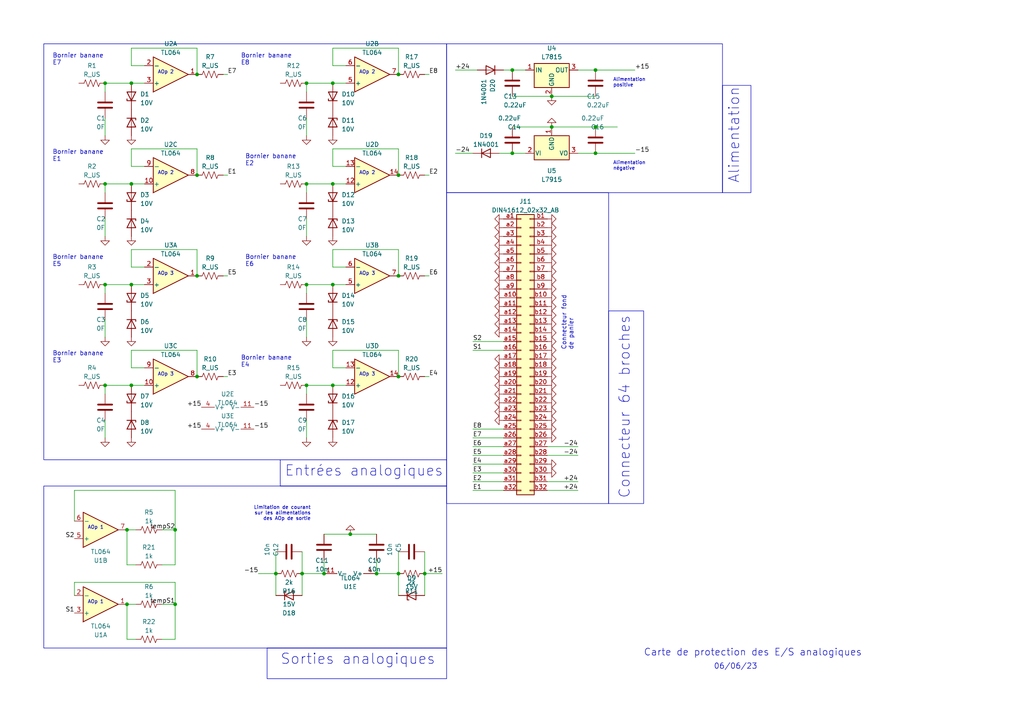
<source format=kicad_sch>
(kicad_sch (version 20230121) (generator eeschema)
  (paper "A4")
  (lib_symbols
    (symbol "Amplifier_Operational:TL064" (pin_names (offset 0.127))
      (property "Reference" "U" (at 0 5.08 0))
      (property "Value" "TL064" (at 0 -5.08 0))
      (symbol "TL064_1_1"
        (pin output line (at 7.62 0 180) (length 2.54) (name "~") (number "1"))
        (pin input line (at -7.62 -2.54 0) (length 2.54) (name "-") (number "2"))
        (pin input line (at -7.62 2.54 0) (length 2.54) (name "+") (number "3"))
      )
      (symbol "TL064_2_1"
        (pin input line (at -7.62 2.54 0) (length 2.54) (name "+") (number "5"))
        (pin input line (at -7.62 -2.54 0) (length 2.54) (name "-") (number "6"))
        (pin output line (at 7.62 0 180) (length 2.54) (name "~") (number "7"))
      )
      (symbol "TL064_3_1"
        (pin input line (at -7.62 2.54 0) (length 2.54) (name "+") (number "10"))
        (pin output line (at 7.62 0 180) (length 2.54) (name "~") (number "8"))
        (pin input line (at -7.62 -2.54 0) (length 2.54) (name "-") (number "9"))
      )
      (symbol "TL064_4_1"
        (pin input line (at -7.62 2.54 0) (length 2.54) (name "+") (number "12"))
        (pin input line (at -7.62 -2.54 0) (length 2.54) (name "-") (number "13"))
        (pin output line (at 7.62 0 180) (length 2.54) (name "~") (number "14"))
      )
      (symbol "TL064_5_1"
        (pin power_in line (at -2.54 -7.62 90) (length 3.81) (name "V-") (number "11"))
        (pin power_in line (at -2.54 7.62 270) (length 3.81) (name "V+") (number "4"))
      )
    )
    (symbol "Connector:DIN41612_02x32_AB" (pin_names (offset 1.016) hide)
      (property "Reference" "J" (at 1.27 40.64 0))
      (property "Value" "DIN41612_02x32_AB" (at 1.27 -43.18 0))
      (symbol "DIN41612_02x32_AB_1_1"
        (pin passive line (at -5.08 38.1 0) (length 3.81) (name "Pin_a1") (number "a1"))
        (pin passive line (at -5.08 15.24 0) (length 3.81) (name "Pin_a10") (number "a10"))
        (pin passive line (at -5.08 12.7 0) (length 3.81) (name "Pin_a11") (number "a11"))
        (pin passive line (at -5.08 10.16 0) (length 3.81) (name "Pin_a12") (number "a12"))
        (pin passive line (at -5.08 7.62 0) (length 3.81) (name "Pin_a13") (number "a13"))
        (pin passive line (at -5.08 5.08 0) (length 3.81) (name "Pin_a14") (number "a14"))
        (pin passive line (at -5.08 2.54 0) (length 3.81) (name "Pin_a15") (number "a15"))
        (pin passive line (at -5.08 0 0) (length 3.81) (name "Pin_a16") (number "a16"))
        (pin passive line (at -5.08 -2.54 0) (length 3.81) (name "Pin_a17") (number "a17"))
        (pin passive line (at -5.08 -5.08 0) (length 3.81) (name "Pin_a18") (number "a18"))
        (pin passive line (at -5.08 -7.62 0) (length 3.81) (name "Pin_a19") (number "a19"))
        (pin passive line (at -5.08 35.56 0) (length 3.81) (name "Pin_a2") (number "a2"))
        (pin passive line (at -5.08 -10.16 0) (length 3.81) (name "Pin_a20") (number "a20"))
        (pin passive line (at -5.08 -12.7 0) (length 3.81) (name "Pin_a21") (number "a21"))
        (pin passive line (at -5.08 -15.24 0) (length 3.81) (name "Pin_a22") (number "a22"))
        (pin passive line (at -5.08 -17.78 0) (length 3.81) (name "Pin_a23") (number "a23"))
        (pin passive line (at -5.08 -20.32 0) (length 3.81) (name "Pin_a24") (number "a24"))
        (pin passive line (at -5.08 -22.86 0) (length 3.81) (name "Pin_a25") (number "a25"))
        (pin passive line (at -5.08 -25.4 0) (length 3.81) (name "Pin_a26") (number "a26"))
        (pin passive line (at -5.08 -27.94 0) (length 3.81) (name "Pin_a27") (number "a27"))
        (pin passive line (at -5.08 -30.48 0) (length 3.81) (name "Pin_a28") (number "a28"))
        (pin passive line (at -5.08 -33.02 0) (length 3.81) (name "Pin_a29") (number "a29"))
        (pin passive line (at -5.08 33.02 0) (length 3.81) (name "Pin_a3") (number "a3"))
        (pin passive line (at -5.08 -35.56 0) (length 3.81) (name "Pin_a30") (number "a30"))
        (pin passive line (at -5.08 -38.1 0) (length 3.81) (name "Pin_a31") (number "a31"))
        (pin passive line (at -5.08 -40.64 0) (length 3.81) (name "Pin_a32") (number "a32"))
        (pin passive line (at -5.08 30.48 0) (length 3.81) (name "Pin_a4") (number "a4"))
        (pin passive line (at -5.08 27.94 0) (length 3.81) (name "Pin_a5") (number "a5"))
        (pin passive line (at -5.08 25.4 0) (length 3.81) (name "Pin_a6") (number "a6"))
        (pin passive line (at -5.08 22.86 0) (length 3.81) (name "Pin_a7") (number "a7"))
        (pin passive line (at -5.08 20.32 0) (length 3.81) (name "Pin_a8") (number "a8"))
        (pin passive line (at -5.08 17.78 0) (length 3.81) (name "Pin_a9") (number "a9"))
        (pin passive line (at 7.62 38.1 180) (length 3.81) (name "Pin_b1") (number "b1"))
        (pin passive line (at 7.62 15.24 180) (length 3.81) (name "Pin_b10") (number "b10"))
        (pin passive line (at 7.62 12.7 180) (length 3.81) (name "Pin_b11") (number "b11"))
        (pin passive line (at 7.62 10.16 180) (length 3.81) (name "Pin_b12") (number "b12"))
        (pin passive line (at 7.62 7.62 180) (length 3.81) (name "Pin_b13") (number "b13"))
        (pin passive line (at 7.62 5.08 180) (length 3.81) (name "Pin_b14") (number "b14"))
        (pin passive line (at 7.62 2.54 180) (length 3.81) (name "Pin_b15") (number "b15"))
        (pin passive line (at 7.62 0 180) (length 3.81) (name "Pin_b16") (number "b16"))
        (pin passive line (at 7.62 -2.54 180) (length 3.81) (name "Pin_b17") (number "b17"))
        (pin passive line (at 7.62 -5.08 180) (length 3.81) (name "Pin_b18") (number "b18"))
        (pin passive line (at 7.62 -7.62 180) (length 3.81) (name "Pin_b19") (number "b19"))
        (pin passive line (at 7.62 35.56 180) (length 3.81) (name "Pin_b2") (number "b2"))
        (pin passive line (at 7.62 -10.16 180) (length 3.81) (name "Pin_b20") (number "b20"))
        (pin passive line (at 7.62 -12.7 180) (length 3.81) (name "Pin_b21") (number "b21"))
        (pin passive line (at 7.62 -15.24 180) (length 3.81) (name "Pin_b22") (number "b22"))
        (pin passive line (at 7.62 -17.78 180) (length 3.81) (name "Pin_b23") (number "b23"))
        (pin passive line (at 7.62 -20.32 180) (length 3.81) (name "Pin_b24") (number "b24"))
        (pin passive line (at 7.62 -22.86 180) (length 3.81) (name "Pin_b25") (number "b25"))
        (pin passive line (at 7.62 -25.4 180) (length 3.81) (name "Pin_b26") (number "b26"))
        (pin passive line (at 7.62 -27.94 180) (length 3.81) (name "Pin_b27") (number "b27"))
        (pin passive line (at 7.62 -30.48 180) (length 3.81) (name "Pin_b28") (number "b28"))
        (pin passive line (at 7.62 -33.02 180) (length 3.81) (name "Pin_b29") (number "b29"))
        (pin passive line (at 7.62 33.02 180) (length 3.81) (name "Pin_b3") (number "b3"))
        (pin passive line (at 7.62 -35.56 180) (length 3.81) (name "Pin_b30") (number "b30"))
        (pin passive line (at 7.62 -38.1 180) (length 3.81) (name "Pin_b31") (number "b31"))
        (pin passive line (at 7.62 -40.64 180) (length 3.81) (name "Pin_b32") (number "b32"))
        (pin passive line (at 7.62 30.48 180) (length 3.81) (name "Pin_b4") (number "b4"))
        (pin passive line (at 7.62 27.94 180) (length 3.81) (name "Pin_b5") (number "b5"))
        (pin passive line (at 7.62 25.4 180) (length 3.81) (name "Pin_b6") (number "b6"))
        (pin passive line (at 7.62 22.86 180) (length 3.81) (name "Pin_b7") (number "b7"))
        (pin passive line (at 7.62 20.32 180) (length 3.81) (name "Pin_b8") (number "b8"))
        (pin passive line (at 7.62 17.78 180) (length 3.81) (name "Pin_b9") (number "b9"))
      )
    )
    (symbol "Device:C" (pin_numbers hide) (pin_names (offset 0.254))
      (property "Reference" "C" (at 0.635 2.54 0))
      (property "Value" "C" (at 0.635 -2.54 0))
      (symbol "C_1_1"
        (pin passive line (at 0 3.81 270) (length 2.794) (name "~") (number "1"))
        (pin passive line (at 0 -3.81 90) (length 2.794) (name "~") (number "2"))
      )
    )
    (symbol "Device:D_Zener" (pin_numbers hide) (pin_names (offset 1.016) hide)
      (property "Reference" "D" (at 0 2.54 0))
      (property "Value" "D_Zener" (at 0 -2.54 0))
      (symbol "D_Zener_1_1"
        (pin passive line (at -3.81 0 0) (length 2.54) (name "K") (number "1"))
        (pin passive line (at 3.81 0 180) (length 2.54) (name "A") (number "2"))
      )
    )
    (symbol "Device:R_US" (pin_numbers hide) (pin_names (offset 0))
      (property "Reference" "R" (at 2.54 0 90))
      (property "Value" "R_US" (at -2.54 0 90))
      (symbol "R_US_1_1"
        (pin passive line (at 0 3.81 270) (length 1.27) (name "~") (number "1"))
        (pin passive line (at 0 -3.81 90) (length 1.27) (name "~") (number "2"))
      )
    )
    (symbol "Diode:1N4001" (pin_numbers hide) (pin_names hide)
      (property "Reference" "D" (at 0 2.54 0))
      (property "Value" "1N4001" (at 0 -2.54 0))
      (symbol "1N4001_1_1"
        (pin passive line (at -3.81 0 0) (length 2.54) (name "K") (number "1"))
        (pin passive line (at 3.81 0 180) (length 2.54) (name "A") (number "2"))
      )
    )
    (symbol "Regulator_Linear:L7815" (pin_names (offset 0.254))
      (property "Reference" "U" (at -3.81 3.175 0))
      (property "Value" "L7815" (at 0 3.175 0))
      (symbol "L7815_1_1"
        (pin power_in line (at -7.62 0 0) (length 2.54) (name "IN") (number "1"))
        (pin power_in line (at 0 -7.62 90) (length 2.54) (name "GND") (number "2"))
        (pin power_out line (at 7.62 0 180) (length 2.54) (name "OUT") (number "3"))
      )
    )
    (symbol "Regulator_Linear:L7915" (pin_names (offset 0.254))
      (property "Reference" "U" (at -3.81 -3.175 0))
      (property "Value" "L7915" (at 0 -3.175 0))
      (symbol "L7915_1_1"
        (pin power_in line (at 0 7.62 270) (length 2.54) (name "GND") (number "1"))
        (pin power_in line (at -7.62 0 0) (length 2.54) (name "VI") (number "2"))
        (pin power_out line (at 7.62 0 180) (length 2.54) (name "VO") (number "3"))
      )
    )
    (symbol "power:GND" (power) (pin_names (offset 0))
      (property "Value" "GND" (at 0 -3.81 0))
      (symbol "GND_1_1"
        (pin power_in line (at 0 0 270) (length 0) hide (name "GND") (number "1"))
      )
    )
  )
  (junction (at 57.15 109.22))
  (junction (at 101.6 154.94))
  (junction (at 115.57 21.59))
  (junction (at 172.72 20.32))
  (junction (at 109.22 166.37))
  (junction (at 115.57 50.8))
  (junction (at 87.63 166.37))
  (junction (at 115.57 80.01))
  (junction (at 80.01 166.37))
  (junction (at 160.02 36.83))
  (junction (at 96.52 24.13))
  (junction (at 96.52 53.34))
  (junction (at 115.57 166.37))
  (junction (at 88.9 82.55))
  (junction (at 38.1 53.34))
  (junction (at 96.52 82.55))
  (junction (at 50.8 175.26))
  (junction (at 172.72 36.83))
  (junction (at 96.52 111.76))
  (junction (at 30.48 53.34))
  (junction (at 88.9 24.13))
  (junction (at 38.1 24.13))
  (junction (at 36.83 175.26))
  (junction (at 57.15 21.59))
  (junction (at 38.1 111.76))
  (junction (at 57.15 80.01))
  (junction (at 36.83 153.67))
  (junction (at 160.02 27.94))
  (junction (at 148.59 44.45))
  (junction (at 38.1 82.55))
  (junction (at 50.8 153.67))
  (junction (at 172.72 44.45))
  (junction (at 123.19 166.37))
  (junction (at 57.15 50.8))
  (junction (at 88.9 53.34))
  (junction (at 93.98 166.37))
  (junction (at 30.48 82.55))
  (junction (at 30.48 111.76))
  (junction (at 30.48 24.13))
  (junction (at 88.9 111.76))
  (junction (at 115.57 109.22))
  (junction (at 148.59 20.32))
  (wire (pts (xy 137.16 142.24) (xy 146.05 142.24)))
  (wire (pts (xy 167.64 132.08) (xy 158.75 132.08)))
  (wire (pts (xy 172.72 36.83) (xy 179.07 36.83)))
  (wire (pts (xy 137.16 101.6) (xy 146.05 101.6)))
  (wire (pts (xy 64.77 109.22) (xy 66.04 109.22)))
  (wire (pts (xy 38.1 24.13) (xy 41.91 24.13)))
  (wire (pts (xy 87.63 172.72) (xy 87.63 166.37)))
  (wire (pts (xy 96.52 53.34) (xy 100.33 53.34)))
  (wire (pts (xy 109.22 154.94) (xy 101.6 154.94)))
  (wire (pts (xy 80.01 166.37) (xy 74.93 166.37)))
  (wire (pts (xy 38.1 72.39) (xy 57.15 72.39)))
  (wire (pts (xy 50.8 153.67) (xy 50.8 163.83)))
  (wire (pts (xy 137.16 129.54) (xy 146.05 129.54)))
  (wire (pts (xy 88.9 53.34) (xy 96.52 53.34)))
  (wire (pts (xy 41.91 77.47) (xy 38.1 77.47)))
  (wire (pts (xy 101.6 154.94) (xy 93.98 154.94)))
  (wire (pts (xy 38.1 43.18) (xy 57.15 43.18)))
  (wire (pts (xy 137.16 99.06) (xy 146.05 99.06)))
  (wire (pts (xy 115.57 13.97) (xy 115.57 21.59)))
  (wire (pts (xy 88.9 114.3) (xy 88.9 111.76)))
  (wire (pts (xy 96.52 82.55) (xy 100.33 82.55)))
  (wire (pts (xy 115.57 172.72) (xy 115.57 166.37)))
  (wire (pts (xy 46.99 185.42) (xy 50.8 185.42)))
  (wire (pts (xy 88.9 55.88) (xy 88.9 53.34)))
  (wire (pts (xy 137.16 134.62) (xy 146.05 134.62)))
  (wire (pts (xy 88.9 82.55) (xy 96.52 82.55)))
  (wire (pts (xy 148.59 36.83) (xy 160.02 36.83)))
  (wire (pts (xy 96.52 106.68) (xy 96.52 101.6)))
  (wire (pts (xy 123.19 109.22) (xy 124.46 109.22)))
  (wire (pts (xy 93.98 166.37) (xy 93.98 162.56)))
  (wire (pts (xy 46.99 153.67) (xy 50.8 153.67)))
  (wire (pts (xy 115.57 166.37) (xy 115.57 160.02)))
  (wire (pts (xy 57.15 72.39) (xy 57.15 80.01)))
  (wire (pts (xy 36.83 175.26) (xy 39.37 175.26)))
  (wire (pts (xy 80.01 166.37) (xy 80.01 160.02)))
  (wire (pts (xy 57.15 101.6) (xy 57.15 109.22)))
  (wire (pts (xy 100.33 77.47) (xy 96.52 77.47)))
  (wire (pts (xy 88.9 92.71) (xy 88.9 97.79)))
  (wire (pts (xy 93.98 166.37) (xy 87.63 166.37)))
  (wire (pts (xy 100.33 19.05) (xy 96.52 19.05)))
  (wire (pts (xy 30.48 114.3) (xy 30.48 111.76)))
  (wire (pts (xy 50.8 175.26) (xy 50.8 185.42)))
  (wire (pts (xy 144.78 44.45) (xy 148.59 44.45)))
  (wire (pts (xy 80.01 172.72) (xy 80.01 166.37)))
  (wire (pts (xy 137.16 124.46) (xy 146.05 124.46)))
  (wire (pts (xy 96.52 77.47) (xy 96.52 72.39)))
  (wire (pts (xy 21.59 151.13) (xy 21.59 142.24)))
  (wire (pts (xy 30.48 34.29) (xy 30.48 39.37)))
  (wire (pts (xy 123.19 166.37) (xy 128.27 166.37)))
  (wire (pts (xy 30.48 24.13) (xy 38.1 24.13)))
  (wire (pts (xy 38.1 48.26) (xy 38.1 43.18)))
  (wire (pts (xy 100.33 48.26) (xy 96.52 48.26)))
  (wire (pts (xy 64.77 50.8) (xy 66.04 50.8)))
  (wire (pts (xy 137.16 139.7) (xy 146.05 139.7)))
  (wire (pts (xy 137.16 132.08) (xy 146.05 132.08)))
  (wire (pts (xy 123.19 80.01) (xy 124.46 80.01)))
  (wire (pts (xy 96.52 72.39) (xy 115.57 72.39)))
  (wire (pts (xy 137.16 137.16) (xy 146.05 137.16)))
  (wire (pts (xy 96.52 43.18) (xy 115.57 43.18)))
  (wire (pts (xy 167.64 44.45) (xy 172.72 44.45)))
  (wire (pts (xy 21.59 142.24) (xy 50.8 142.24)))
  (wire (pts (xy 38.1 82.55) (xy 41.91 82.55)))
  (wire (pts (xy 172.72 44.45) (xy 184.15 44.45)))
  (wire (pts (xy 21.59 172.72) (xy 21.59 168.91)))
  (wire (pts (xy 30.48 111.76) (xy 38.1 111.76)))
  (wire (pts (xy 30.48 92.71) (xy 30.48 97.79)))
  (wire (pts (xy 123.19 172.72) (xy 123.19 166.37)))
  (wire (pts (xy 38.1 106.68) (xy 38.1 101.6)))
  (wire (pts (xy 30.48 85.09) (xy 30.48 82.55)))
  (wire (pts (xy 167.64 142.24) (xy 158.75 142.24)))
  (wire (pts (xy 57.15 43.18) (xy 57.15 50.8)))
  (wire (pts (xy 30.48 55.88) (xy 30.48 53.34)))
  (wire (pts (xy 30.48 82.55) (xy 38.1 82.55)))
  (wire (pts (xy 148.59 20.32) (xy 152.4 20.32)))
  (wire (pts (xy 132.08 44.45) (xy 137.16 44.45)))
  (wire (pts (xy 96.52 101.6) (xy 115.57 101.6)))
  (wire (pts (xy 21.59 168.91) (xy 50.8 168.91)))
  (wire (pts (xy 88.9 121.92) (xy 88.9 127)))
  (wire (pts (xy 88.9 26.67) (xy 88.9 24.13)))
  (wire (pts (xy 148.59 27.94) (xy 160.02 27.94)))
  (wire (pts (xy 88.9 111.76) (xy 96.52 111.76)))
  (wire (pts (xy 41.91 106.68) (xy 38.1 106.68)))
  (wire (pts (xy 160.02 27.94) (xy 172.72 27.94)))
  (wire (pts (xy 41.91 48.26) (xy 38.1 48.26)))
  (wire (pts (xy 30.48 63.5) (xy 30.48 68.58)))
  (wire (pts (xy 137.16 127) (xy 146.05 127)))
  (wire (pts (xy 30.48 26.67) (xy 30.48 24.13)))
  (wire (pts (xy 167.64 20.32) (xy 172.72 20.32)))
  (wire (pts (xy 64.77 80.01) (xy 66.04 80.01)))
  (wire (pts (xy 115.57 72.39) (xy 115.57 80.01)))
  (wire (pts (xy 87.63 166.37) (xy 87.63 160.02)))
  (wire (pts (xy 38.1 53.34) (xy 41.91 53.34)))
  (wire (pts (xy 115.57 43.18) (xy 115.57 50.8)))
  (wire (pts (xy 167.64 129.54) (xy 158.75 129.54)))
  (wire (pts (xy 96.52 24.13) (xy 100.33 24.13)))
  (wire (pts (xy 88.9 85.09) (xy 88.9 82.55)))
  (wire (pts (xy 38.1 111.76) (xy 41.91 111.76)))
  (wire (pts (xy 123.19 50.8) (xy 124.46 50.8)))
  (wire (pts (xy 38.1 77.47) (xy 38.1 72.39)))
  (wire (pts (xy 115.57 101.6) (xy 115.57 109.22)))
  (wire (pts (xy 167.64 139.7) (xy 158.75 139.7)))
  (wire (pts (xy 38.1 101.6) (xy 57.15 101.6)))
  (wire (pts (xy 123.19 21.59) (xy 124.46 21.59)))
  (wire (pts (xy 30.48 121.92) (xy 30.48 127)))
  (wire (pts (xy 50.8 168.91) (xy 50.8 175.26)))
  (wire (pts (xy 88.9 34.29) (xy 88.9 39.37)))
  (wire (pts (xy 36.83 175.26) (xy 36.83 185.42)))
  (wire (pts (xy 109.22 166.37) (xy 115.57 166.37)))
  (wire (pts (xy 109.22 166.37) (xy 109.22 162.56)))
  (wire (pts (xy 88.9 24.13) (xy 96.52 24.13)))
  (wire (pts (xy 36.83 153.67) (xy 36.83 163.83)))
  (wire (pts (xy 36.83 153.67) (xy 39.37 153.67)))
  (wire (pts (xy 96.52 48.26) (xy 96.52 43.18)))
  (wire (pts (xy 64.77 21.59) (xy 66.04 21.59)))
  (wire (pts (xy 96.52 13.97) (xy 115.57 13.97)))
  (wire (pts (xy 88.9 63.5) (xy 88.9 68.58)))
  (wire (pts (xy 160.02 36.83) (xy 172.72 36.83)))
  (wire (pts (xy 36.83 185.42) (xy 39.37 185.42)))
  (wire (pts (xy 30.48 53.34) (xy 38.1 53.34)))
  (wire (pts (xy 46.99 175.26) (xy 50.8 175.26)))
  (wire (pts (xy 132.08 20.32) (xy 138.43 20.32)))
  (wire (pts (xy 96.52 111.76) (xy 100.33 111.76)))
  (wire (pts (xy 148.59 44.45) (xy 152.4 44.45)))
  (wire (pts (xy 38.1 19.05) (xy 38.1 13.97)))
  (wire (pts (xy 38.1 13.97) (xy 57.15 13.97)))
  (wire (pts (xy 46.99 163.83) (xy 50.8 163.83)))
  (wire (pts (xy 123.19 166.37) (xy 123.19 160.02)))
  (wire (pts (xy 50.8 142.24) (xy 50.8 153.67)))
  (wire (pts (xy 146.05 20.32) (xy 148.59 20.32)))
  (wire (pts (xy 36.83 163.83) (xy 39.37 163.83)))
  (wire (pts (xy 172.72 20.32) (xy 184.15 20.32)))
  (wire (pts (xy 57.15 13.97) (xy 57.15 21.59)))
  (wire (pts (xy 100.33 106.68) (xy 96.52 106.68)))
  (wire (pts (xy 41.91 19.05) (xy 38.1 19.05)))
  (wire (pts (xy 96.52 19.05) (xy 96.52 13.97)))
  (rectangle (start 81.28 133.35) (end 129.54 140.97))
  (rectangle (start 12.7 140.97) (end 129.54 187.96))
  (rectangle (start 176.53 90.17) (end 186.69 146.05))
  (rectangle (start 77.47 187.96) (end 129.54 196.85))
  (rectangle (start 129.54 12.7) (end 209.55 55.88))
  (rectangle (start 209.55 24.765) (end 217.805 55.88))
  (rectangle (start 129.54 55.88) (end 176.53 146.05))
  (rectangle (start 12.7 12.7) (end 129.54 133.35))
  (text "06/06/23" (at 207.01 194.31 0) (effects (font (size 1.6 1.6)) (justify left bottom)))
  (text "Bornier banane\nE5" (at 15.24 77.47 0) (effects (font (size 1.27 1.27)) (justify left bottom)))
  (text "Bornier banane\nE2" (at 71.12 48.26 0) (effects (font (size 1.27 1.27)) (justify left bottom)))
  (text "AOp 1" (at 25.4 175.26 0) (effects (font (size 1 1)) (justify left bottom)))
  (text "AOp 2" (at 104.14 50.8 0) (effects (font (size 1 1)) (justify left bottom)))
  (text "AOp 3" (at 45.72 109.22 0) (effects (font (size 1 1)) (justify left bottom)))
  (text "Alimentation\npositive" (at 177.8 25.4 0) (effects (font (size 1 1)) (justify left bottom)))
  (text "AOp 3" (at 104.14 109.22 0) (effects (font (size 1 1)) (justify left bottom)))
  (text "Bornier banane\nE4" (at 69.85 106.68 0) (effects (font (size 1.27 1.27)) (justify left bottom)))
  (text "AOp 1" (at 25.4 153.67 0) (effects (font (size 1 1)) (justify left bottom)))
  (text "Bornier banane\nE7" (at 15.24 19.05 0) (effects (font (size 1.27 1.27)) (justify left bottom)))
  (text "Bornier banane\nE6" (at 71.12 77.47 0) (effects (font (size 1.27 1.27)) (justify left bottom)))
  (text "Bornier banane\nE1" (at 15.24 46.99 0) (effects (font (size 1.27 1.27)) (justify left bottom)))
  (text "AOp 2" (at 45.72 50.8 0) (effects (font (size 1 1)) (justify left bottom)))
  (text "AOp 3" (at 104.14 80.01 0) (effects (font (size 1 1)) (justify left bottom)))
  (text "Bornier banane\nE8" (at 69.85 19.05 0) (effects (font (size 1.27 1.27)) (justify left bottom)))
  (text "Entrées analogiques\n" (at 82.55 138.43 0) (effects (font (size 3 3)) (justify left bottom)))
  (text "Alimentation\nnégative" (at 177.8 49.53 0) (effects (font (size 1 1)) (justify left bottom)))
  (text "Carte de protection des E/S analogiques" (at 186.69 190.5 0) (effects (font (size 2 2)) (justify left bottom)))
  (text "AOp 2" (at 45.72 21.59 0) (effects (font (size 1 1)) (justify left bottom)))
  (text "Connecteur 64 broches" (at 182.88 144.78 90) (effects (font (size 3 3)) (justify left bottom)))
  (text "Alimentation" (at 214.63 53.34 90) (effects (font (size 3 3)) (justify left bottom)))
  (text "Connecteur fond\nde panier" (at 166.37 101.6 90) (effects (font (size 1.27 1.27)) (justify left bottom)))
  (text "Bornier banane\nE3" (at 15.24 105.41 0) (effects (font (size 1.27 1.27)) (justify left bottom)))
  (text "Limitation de courant\nsur les alimentations\ndes AOp de sortie" (at 90.17 151.13 0) (effects (font (size 1 1)) (justify right bottom)))
  (text "Sorties analogiques\n" (at 81.28 193.04 0) (effects (font (size 3 3)) (justify left bottom)))
  (text "AOp 2" (at 104.14 21.59 0) (effects (font (size 1 1)) (justify left bottom)))
  (text "AOp 3" (at 45.72 80.01 0) (effects (font (size 1 1)) (justify left bottom)))
  (label "-15" (at 73.66 118.11 0))
  (label "E2" (at 137.16 139.7 0))
  (label "+24" (at 132.08 20.32 0))
  (label "E1" (at 137.16 142.24 0))
  (label "S1" (at 21.59 177.8 180))
  (label "E1" (at 66.04 50.8 0))
  (label "+15" (at 58.42 124.46 180))
  (label "E2" (at 124.46 50.8 0))
  (label "E8" (at 137.16 124.46 0))
  (label "-24" (at 167.64 132.08 180))
  (label "E6" (at 137.16 129.54 0))
  (label "E7" (at 66.04 21.59 0))
  (label "S2" (at 137.16 99.06 0))
  (label "E5" (at 137.16 132.08 0))
  (label "tempS2" (at 50.8 153.67 180))
  (label "-15" (at 184.15 44.45 0))
  (label "-24" (at 167.64 129.54 180))
  (label "E4" (at 124.46 109.22 0))
  (label "tempS1" (at 50.8 175.26 180))
  (label "S1" (at 137.16 101.6 0))
  (label "S2" (at 21.59 156.21 180))
  (label "-24" (at 132.08 44.45 0))
  (label "+24" (at 167.64 139.7 180))
  (label "E5" (at 66.04 80.01 0))
  (label "E3" (at 137.16 137.16 0))
  (label "E8" (at 124.46 21.59 0))
  (label "-15" (at 74.93 166.37 180))
  (label "+15" (at 128.27 166.37 180))
  (label "E4" (at 137.16 134.62 0))
  (label "-15" (at 73.66 124.46 0))
  (label "E7" (at 137.16 127 0))
  (label "E6" (at 124.46 80.01 0))
  (label "+24" (at 167.64 142.24 180))
  (label "E3" (at 66.04 109.22 0))
  (label "+15" (at 58.42 118.11 180))
  (label "+15" (at 184.15 20.32 0))
  (symbol (lib_id "Device:D_Zener") (at 38.1 93.98 270) (unit 1)
    (property "Reference" "D6" (at 40.64 93.345 90) (effects (justify left)))
    (property "Value" "10V" (at 40.64 95.885 90) (effects (justify left)))
    (property "Footprint" "Diode_THT:D_DO-41_SOD81_P7.62mm_Horizontal" (effects hide))
  )
  (symbol (lib_id "power:GND") (at 158.75 83.82 90) (unit 1)
    (property "Reference" "#PWR050" (effects hide))
    (property "Value" "GND" (effects hide))
  )
  (symbol (lib_id "Device:R_US") (at 119.38 80.01 90) (unit 1)
    (property "Reference" "R19" (at 119.38 74.93 90))
    (property "Value" "R_US" (at 119.38 77.47 90))
    (property "Footprint" "Resistor_THT:R_Axial_DIN0207_L6.3mm_D2.5mm_P10.16mm_Horizontal" (effects hide))
  )
  (symbol (lib_id "power:GND") (at 30.48 68.58 0) (unit 1)
    (property "Reference" "#PWR02" (effects hide))
    (property "Value" "GND" (effects hide))
  )
  (symbol (lib_id "Device:D_Zener") (at 38.1 35.56 270) (unit 1)
    (property "Reference" "D2" (at 40.64 34.925 90) (effects (justify left)))
    (property "Value" "10V" (at 40.64 37.465 90) (effects (justify left)))
    (property "Footprint" "Diode_THT:D_DO-41_SOD81_P7.62mm_Horizontal" (effects hide))
  )
  (symbol (lib_id "power:GND") (at 88.9 39.37 0) (unit 1)
    (property "Reference" "#PWR09" (effects hide))
    (property "Value" "GND" (effects hide))
  )
  (symbol (lib_id "Device:R_US") (at 60.96 21.59 90) (unit 1)
    (property "Reference" "R7" (at 60.96 16.51 90))
    (property "Value" "R_US" (at 60.96 19.05 90))
    (property "Footprint" "Resistor_THT:R_Axial_DIN0207_L6.3mm_D2.5mm_P10.16mm_Horizontal" (effects hide))
  )
  (symbol (lib_id "Device:D_Zener") (at 119.38 172.72 0) (mirror x) (unit 1)
    (property "Reference" "D9" (at 119.38 167.64 0))
    (property "Value" "15V" (at 119.38 170.18 0))
    (property "Footprint" "Diode_THT:D_DO-41_SOD81_P7.62mm_Horizontal" (effects hide))
  )
  (symbol (lib_id "Device:C") (at 88.9 88.9 0) (unit 1)
    (property "Reference" "C8" (at 86.36 92.71 0) (effects (justify left)))
    (property "Value" "0F" (at 86.36 95.25 0) (effects (justify left)))
    (property "Footprint" "Capacitor_THT:C_Axial_L3.8mm_D2.6mm_P7.50mm_Horizontal" (effects hide))
  )
  (symbol (lib_id "power:GND") (at 146.05 73.66 270) (unit 1)
    (property "Reference" "#PWR027" (effects hide))
    (property "Value" "GND" (effects hide))
  )
  (symbol (lib_id "Amplifier_Operational:TL064") (at 107.95 80.01 0) (mirror x) (unit 2)
    (property "Reference" "U3" (at 107.95 71.12 0))
    (property "Value" "TL064" (at 107.95 73.66 0))
    (property "Footprint" "Package_DIP:DIP-14_W7.62mm" (effects hide))
    (property "Datasheet" "http://www.ti.com/lit/ds/symlink/tl061.pdf" (effects hide))
  )
  (symbol (lib_id "Device:D_Zener") (at 83.82 172.72 0) (unit 1)
    (property "Reference" "D18" (at 83.82 177.8 0))
    (property "Value" "15V" (at 83.82 175.26 0))
    (property "Footprint" "Diode_THT:D_DO-41_SOD81_P7.62mm_Horizontal" (effects hide))
  )
  (symbol (lib_id "power:GND") (at 160.02 36.83 180) (unit 1)
    (property "Reference" "#PWR021" (effects hide))
    (property "Value" "GND" (effects hide))
  )
  (symbol (lib_id "power:GND") (at 96.52 68.58 0) (unit 1)
    (property "Reference" "#PWR014" (effects hide))
    (property "Value" "GND" (effects hide))
  )
  (symbol (lib_id "Device:R_US") (at 43.18 163.83 90) (unit 1)
    (property "Reference" "R21" (at 43.18 158.75 90))
    (property "Value" "1k" (at 43.18 161.29 90))
    (property "Footprint" "Resistor_THT:R_Axial_DIN0309_L9.0mm_D3.2mm_P20.32mm_Horizontal" (effects hide))
  )
  (symbol (lib_id "Amplifier_Operational:TL064") (at 66.04 115.57 90) (unit 5)
    (property "Reference" "U2" (at 66.04 114.3 90))
    (property "Value" "TL064" (at 66.04 116.84 90))
    (property "Footprint" "Package_DIP:DIP-14_W7.62mm" (effects hide))
    (property "Datasheet" "http://www.ti.com/lit/ds/symlink/tl061.pdf" (effects hide))
  )
  (symbol (lib_id "power:GND") (at 158.75 104.14 90) (unit 1)
    (property "Reference" "#PWR061" (effects hide))
    (property "Value" "GND" (effects hide))
  )
  (symbol (lib_id "Device:D_Zener") (at 96.52 123.19 270) (unit 1)
    (property "Reference" "D17" (at 99.06 122.555 90) (effects (justify left)))
    (property "Value" "10V" (at 99.06 125.095 90) (effects (justify left)))
    (property "Footprint" "Diode_THT:D_DO-41_SOD81_P7.62mm_Horizontal" (effects hide))
  )
  (symbol (lib_id "Device:R_US") (at 26.67 24.13 90) (unit 1)
    (property "Reference" "R1" (at 26.67 19.05 90))
    (property "Value" "R_US" (at 26.67 21.59 90))
    (property "Footprint" "Resistor_THT:R_Axial_DIN0207_L6.3mm_D2.5mm_P10.16mm_Horizontal" (effects hide))
  )
  (symbol (lib_id "power:GND") (at 146.05 78.74 270) (unit 1)
    (property "Reference" "#PWR029" (effects hide))
    (property "Value" "GND" (effects hide))
  )
  (symbol (lib_id "power:GND") (at 146.05 119.38 270) (unit 1)
    (property "Reference" "#PWR043" (effects hide))
    (property "Value" "GND" (effects hide))
  )
  (symbol (lib_id "power:GND") (at 146.05 96.52 270) (unit 1)
    (property "Reference" "#PWR036" (effects hide))
    (property "Value" "GND" (effects hide))
  )
  (symbol (lib_id "power:GND") (at 146.05 91.44 270) (unit 1)
    (property "Reference" "#PWR034" (effects hide))
    (property "Value" "GND" (effects hide))
  )
  (symbol (lib_id "power:GND") (at 146.05 104.14 270) (unit 1)
    (property "Reference" "#PWR037" (effects hide))
    (property "Value" "GND" (effects hide))
  )
  (symbol (lib_id "Device:R_US") (at 43.18 175.26 90) (unit 1)
    (property "Reference" "R6" (at 43.18 170.18 90))
    (property "Value" "1k" (at 43.18 172.72 90))
    (property "Footprint" "Resistor_THT:R_Axial_DIN0309_L9.0mm_D3.2mm_P20.32mm_Horizontal" (effects hide))
  )
  (symbol (lib_id "power:GND") (at 38.1 97.79 0) (unit 1)
    (property "Reference" "#PWR07" (effects hide))
    (property "Value" "GND" (effects hide))
  )
  (symbol (lib_id "power:GND") (at 146.05 106.68 270) (unit 1)
    (property "Reference" "#PWR038" (effects hide))
    (property "Value" "GND" (effects hide))
  )
  (symbol (lib_id "Device:D_Zener") (at 38.1 86.36 90) (unit 1)
    (property "Reference" "D5" (at 40.64 85.725 90) (effects (justify right)))
    (property "Value" "10V" (at 40.64 88.265 90) (effects (justify right)))
    (property "Footprint" "Diode_THT:D_DO-41_SOD81_P7.62mm_Horizontal" (effects hide))
  )
  (symbol (lib_id "Device:D_Zener") (at 38.1 115.57 90) (unit 1)
    (property "Reference" "D7" (at 40.64 114.935 90) (effects (justify right)))
    (property "Value" "10V" (at 40.64 117.475 90) (effects (justify right)))
    (property "Footprint" "Diode_THT:D_DO-41_SOD81_P7.62mm_Horizontal" (effects hide))
  )
  (symbol (lib_id "Device:R_US") (at 43.18 153.67 90) (unit 1)
    (property "Reference" "R5" (at 43.18 148.59 90))
    (property "Value" "1k" (at 43.18 151.13 90))
    (property "Footprint" "Resistor_THT:R_Axial_DIN0309_L9.0mm_D3.2mm_P20.32mm_Horizontal" (effects hide))
  )
  (symbol (lib_id "Device:C") (at 30.48 59.69 0) (unit 1)
    (property "Reference" "C2" (at 27.94 63.5 0) (effects (justify left)))
    (property "Value" "0F" (at 27.94 66.04 0) (effects (justify left)))
    (property "Footprint" "Capacitor_THT:C_Axial_L3.8mm_D2.6mm_P7.50mm_Horizontal" (effects hide))
  )
  (symbol (lib_id "power:GND") (at 146.05 121.92 270) (unit 1)
    (property "Reference" "#PWR044" (effects hide))
    (property "Value" "GND" (effects hide))
  )
  (symbol (lib_id "Device:D_Zener") (at 96.52 27.94 90) (unit 1)
    (property "Reference" "D10" (at 99.06 27.305 90) (effects (justify right)))
    (property "Value" "10V" (at 99.06 29.845 90) (effects (justify right)))
    (property "Footprint" "Diode_THT:D_DO-41_SOD81_P7.62mm_Horizontal" (effects hide))
  )
  (symbol (lib_id "Device:R_US") (at 85.09 82.55 90) (unit 1)
    (property "Reference" "R14" (at 85.09 77.47 90))
    (property "Value" "R_US" (at 85.09 80.01 90))
    (property "Footprint" "Resistor_THT:R_Axial_DIN0207_L6.3mm_D2.5mm_P10.16mm_Horizontal" (effects hide))
  )
  (symbol (lib_id "Amplifier_Operational:TL064") (at 107.95 109.22 0) (mirror x) (unit 4)
    (property "Reference" "U3" (at 107.95 100.33 0))
    (property "Value" "TL064" (at 107.95 102.87 0))
    (property "Footprint" "Package_DIP:DIP-14_W7.62mm" (effects hide))
    (property "Datasheet" "http://www.ti.com/lit/ds/symlink/tl061.pdf" (effects hide))
  )
  (symbol (lib_id "Device:D_Zener") (at 96.52 57.15 90) (unit 1)
    (property "Reference" "D12" (at 99.06 56.515 90) (effects (justify right)))
    (property "Value" "10V" (at 99.06 59.055 90) (effects (justify right)))
    (property "Footprint" "Diode_THT:D_DO-41_SOD81_P7.62mm_Horizontal" (effects hide))
  )
  (symbol (lib_id "power:GND") (at 88.9 97.79 0) (unit 1)
    (property "Reference" "#PWR011" (effects hide))
    (property "Value" "GND" (effects hide))
  )
  (symbol (lib_id "power:GND") (at 158.75 106.68 90) (unit 1)
    (property "Reference" "#PWR062" (effects hide))
    (property "Value" "GND" (effects hide))
  )
  (symbol (lib_id "Device:R_US") (at 26.67 82.55 90) (unit 1)
    (property "Reference" "R3" (at 26.67 77.47 90))
    (property "Value" "R_US" (at 26.67 80.01 90))
    (property "Footprint" "Resistor_THT:R_Axial_DIN0207_L6.3mm_D2.5mm_P10.16mm_Horizontal" (effects hide))
  )
  (symbol (lib_id "power:GND") (at 158.75 114.3 90) (unit 1)
    (property "Reference" "#PWR065" (effects hide))
    (property "Value" "GND" (effects hide))
  )
  (symbol (lib_id "Amplifier_Operational:TL064") (at 66.04 121.92 90) (unit 5)
    (property "Reference" "U3" (at 66.04 120.65 90))
    (property "Value" "TL064" (at 66.04 123.19 90))
    (property "Footprint" "Package_DIP:DIP-14_W7.62mm" (effects hide))
    (property "Datasheet" "http://www.ti.com/lit/ds/symlink/tl061.pdf" (effects hide))
  )
  (symbol (lib_id "Amplifier_Operational:TL064") (at 101.6 168.91 270) (unit 5)
    (property "Reference" "U1" (at 101.6 170.18 90))
    (property "Value" "TL064" (at 101.6 167.64 90))
    (property "Footprint" "Package_DIP:DIP-14_W7.62mm" (effects hide))
    (property "Datasheet" "http://www.ti.com/lit/ds/symlink/tl061.pdf" (effects hide))
  )
  (symbol (lib_id "power:GND") (at 158.75 91.44 90) (unit 1)
    (property "Reference" "#PWR047" (effects hide))
    (property "Value" "GND" (effects hide))
  )
  (symbol (lib_id "power:GND") (at 96.52 39.37 0) (unit 1)
    (property "Reference" "#PWR013" (effects hide))
    (property "Value" "GND" (effects hide))
  )
  (symbol (lib_id "Device:C") (at 172.72 24.13 0) (unit 1)
    (property "Reference" "C15" (at 170.18 27.94 0) (effects (justify left)))
    (property "Value" "0.22uF" (at 170.18 30.48 0) (effects (justify left)))
    (property "Footprint" "Capacitor_THT:C_Rect_L11.0mm_W3.4mm_P10.00mm_MKT" (effects hide))
  )
  (symbol (lib_id "Regulator_Linear:L7815") (at 160.02 20.32 0) (unit 1)
    (property "Reference" "U4" (at 160.02 13.97 0))
    (property "Value" "L7815" (at 160.02 16.51 0))
    (property "Footprint" "Package_TO_SOT_THT:TO-220-3_Vertical" (effects hide))
    (property "Datasheet" "http://www.st.com/content/ccc/resource/technical/document/datasheet/41/4f/b3/b0/12/d4/47/88/CD00000444.pdf/files/CD00000444.pdf/jcr:content/translations/en.CD00000444.pdf" (effects hide))
  )
  (symbol (lib_id "Device:D_Zener") (at 96.52 35.56 270) (unit 1)
    (property "Reference" "D11" (at 99.06 34.925 90) (effects (justify left)))
    (property "Value" "10V" (at 99.06 37.465 90) (effects (justify left)))
    (property "Footprint" "Diode_THT:D_DO-41_SOD81_P7.62mm_Horizontal" (effects hide))
  )
  (symbol (lib_id "power:GND") (at 146.05 81.28 270) (unit 1)
    (property "Reference" "#PWR030" (effects hide))
    (property "Value" "GND" (effects hide))
  )
  (symbol (lib_id "Amplifier_Operational:TL064") (at 49.53 80.01 0) (mirror x) (unit 1)
    (property "Reference" "U3" (at 49.53 71.12 0))
    (property "Value" "TL064" (at 49.53 73.66 0))
    (property "Footprint" "Package_DIP:DIP-14_W7.62mm" (effects hide))
    (property "Datasheet" "http://www.ti.com/lit/ds/symlink/tl061.pdf" (effects hide))
  )
  (symbol (lib_id "Device:D_Zener") (at 38.1 64.77 270) (unit 1)
    (property "Reference" "D4" (at 40.64 64.135 90) (effects (justify left)))
    (property "Value" "10V" (at 40.64 66.675 90) (effects (justify left)))
    (property "Footprint" "Diode_THT:D_DO-41_SOD81_P7.62mm_Horizontal" (effects hide))
  )
  (symbol (lib_id "Device:C") (at 148.59 24.13 0) (unit 1)
    (property "Reference" "C13" (at 146.05 27.94 0) (effects (justify left)))
    (property "Value" "0.22uF" (at 146.05 30.48 0) (effects (justify left)))
    (property "Footprint" "Capacitor_THT:C_Rect_L11.0mm_W3.4mm_P10.00mm_MKT" (effects hide))
  )
  (symbol (lib_id "power:GND") (at 96.52 97.79 0) (unit 1)
    (property "Reference" "#PWR015" (effects hide))
    (property "Value" "GND" (effects hide))
  )
  (symbol (lib_id "power:GND") (at 146.05 76.2 270) (unit 1)
    (property "Reference" "#PWR028" (effects hide))
    (property "Value" "GND" (effects hide))
  )
  (symbol (lib_id "power:GND") (at 158.75 88.9 90) (unit 1)
    (property "Reference" "#PWR048" (effects hide))
    (property "Value" "GND" (effects hide))
  )
  (symbol (lib_id "power:GND") (at 158.75 73.66 90) (unit 1)
    (property "Reference" "#PWR054" (effects hide))
    (property "Value" "GND" (effects hide))
  )
  (symbol (lib_id "power:GND") (at 146.05 66.04 270) (unit 1)
    (property "Reference" "#PWR024" (effects hide))
    (property "Value" "GND" (effects hide))
  )
  (symbol (lib_id "power:GND") (at 146.05 114.3 270) (unit 1)
    (property "Reference" "#PWR041" (effects hide))
    (property "Value" "GND" (effects hide))
  )
  (symbol (lib_id "Device:R_US") (at 60.96 109.22 90) (unit 1)
    (property "Reference" "R10" (at 60.96 104.14 90))
    (property "Value" "R_US" (at 60.96 106.68 90))
    (property "Footprint" "Resistor_THT:R_Axial_DIN0207_L6.3mm_D2.5mm_P10.16mm_Horizontal" (effects hide))
  )
  (symbol (lib_id "power:GND") (at 158.75 78.74 90) (unit 1)
    (property "Reference" "#PWR052" (effects hide))
    (property "Value" "GND" (effects hide))
  )
  (symbol (lib_id "power:GND") (at 158.75 119.38 90) (unit 1)
    (property "Reference" "#PWR067" (effects hide))
    (property "Value" "GND" (effects hide))
  )
  (symbol (lib_id "Device:C") (at 88.9 59.69 0) (unit 1)
    (property "Reference" "C7" (at 86.36 63.5 0) (effects (justify left)))
    (property "Value" "0F" (at 86.36 66.04 0) (effects (justify left)))
    (property "Footprint" "Capacitor_THT:C_Axial_L3.8mm_D2.6mm_P7.50mm_Horizontal" (effects hide))
  )
  (symbol (lib_id "power:GND") (at 146.05 86.36 270) (unit 1)
    (property "Reference" "#PWR032" (effects hide))
    (property "Value" "GND" (effects hide))
  )
  (symbol (lib_id "Device:R_US") (at 85.09 53.34 90) (unit 1)
    (property "Reference" "R13" (at 85.09 48.26 90))
    (property "Value" "R_US" (at 85.09 50.8 90))
    (property "Footprint" "Resistor_THT:R_Axial_DIN0207_L6.3mm_D2.5mm_P10.16mm_Horizontal" (effects hide))
  )
  (symbol (lib_id "power:GND") (at 88.9 127 0) (unit 1)
    (property "Reference" "#PWR012" (effects hide))
    (property "Value" "GND" (effects hide))
  )
  (symbol (lib_id "Device:D_Zener") (at 38.1 27.94 90) (unit 1)
    (property "Reference" "D1" (at 40.64 27.305 90) (effects (justify right)))
    (property "Value" "10V" (at 40.64 29.845 90) (effects (justify right)))
    (property "Footprint" "Diode_THT:D_DO-41_SOD81_P7.62mm_Horizontal" (effects hide))
  )
  (symbol (lib_id "power:GND") (at 30.48 39.37 0) (unit 1)
    (property "Reference" "#PWR01" (effects hide))
    (property "Value" "GND" (effects hide))
  )
  (symbol (lib_id "power:GND") (at 38.1 127 0) (unit 1)
    (property "Reference" "#PWR08" (effects hide))
    (property "Value" "GND" (effects hide))
  )
  (symbol (lib_id "power:GND") (at 158.75 134.62 90) (mirror x) (unit 1)
    (property "Reference" "#PWR019" (effects hide))
    (property "Value" "GND" (effects hide))
  )
  (symbol (lib_id "power:GND") (at 146.05 88.9 270) (unit 1)
    (property "Reference" "#PWR033" (effects hide))
    (property "Value" "GND" (effects hide))
  )
  (symbol (lib_id "power:GND") (at 158.75 124.46 90) (unit 1)
    (property "Reference" "#PWR069" (effects hide))
    (property "Value" "GND" (effects hide))
  )
  (symbol (lib_id "Device:C") (at 30.48 88.9 0) (unit 1)
    (property "Reference" "C3" (at 27.94 92.71 0) (effects (justify left)))
    (property "Value" "0F" (at 27.94 95.25 0) (effects (justify left)))
    (property "Footprint" "Capacitor_THT:C_Axial_L3.8mm_D2.6mm_P7.50mm_Horizontal" (effects hide))
  )
  (symbol (lib_id "Device:R_US") (at 119.38 50.8 90) (unit 1)
    (property "Reference" "R18" (at 119.38 45.72 90))
    (property "Value" "R_US" (at 119.38 48.26 90))
    (property "Footprint" "Resistor_THT:R_Axial_DIN0207_L6.3mm_D2.5mm_P10.16mm_Horizontal" (effects hide))
  )
  (symbol (lib_id "Device:C") (at 88.9 118.11 0) (unit 1)
    (property "Reference" "C9" (at 86.36 121.92 0) (effects (justify left)))
    (property "Value" "0F" (at 86.36 124.46 0) (effects (justify left)))
    (property "Footprint" "Capacitor_THT:C_Axial_L3.8mm_D2.6mm_P7.50mm_Horizontal" (effects hide))
  )
  (symbol (lib_id "Connector:DIN41612_02x32_AB") (at 151.13 101.6 0) (unit 1)
    (property "Reference" "J11" (at 152.4 58.42 0))
    (property "Value" "DIN41612_02x32_AB" (at 152.4 60.96 0))
    (property "Footprint" "Connector_DIN:DIN41612_B_2x32_Male_Horizontal_THT" (effects hide))
  )
  (symbol (lib_id "Device:C") (at 30.48 118.11 0) (unit 1)
    (property "Reference" "C4" (at 27.94 121.92 0) (effects (justify left)))
    (property "Value" "0F" (at 27.94 124.46 0) (effects (justify left)))
    (property "Footprint" "Capacitor_THT:C_Axial_L3.8mm_D2.6mm_P7.50mm_Horizontal" (effects hide))
  )
  (symbol (lib_id "power:GND") (at 158.75 111.76 90) (unit 1)
    (property "Reference" "#PWR064" (effects hide))
    (property "Value" "GND" (effects hide))
  )
  (symbol (lib_id "Device:R_US") (at 119.38 21.59 90) (unit 1)
    (property "Reference" "R17" (at 119.38 16.51 90))
    (property "Value" "R_US" (at 119.38 19.05 90))
    (property "Footprint" "Resistor_THT:R_Axial_DIN0207_L6.3mm_D2.5mm_P10.16mm_Horizontal" (effects hide))
  )
  (symbol (lib_id "power:GND") (at 30.48 127 0) (unit 1)
    (property "Reference" "#PWR04" (effects hide))
    (property "Value" "GND" (effects hide))
  )
  (symbol (lib_id "Amplifier_Operational:TL064") (at 29.21 175.26 0) (mirror x) (unit 1)
    (property "Reference" "U1" (at 29.21 184.15 0))
    (property "Value" "TL064" (at 29.21 181.61 0))
    (property "Footprint" "Package_DIP:DIP-14_W7.62mm" (effects hide))
    (property "Datasheet" "http://www.ti.com/lit/ds/symlink/tl061.pdf" (effects hide))
  )
  (symbol (lib_id "Diode:1N4001") (at 140.97 44.45 0) (unit 1)
    (property "Reference" "D19" (at 140.97 39.37 0))
    (property "Value" "1N4001" (at 140.97 41.91 0))
    (property "Footprint" "Diode_THT:D_DO-41_SOD81_P10.16mm_Horizontal" (effects hide))
    (property "Datasheet" "http://www.vishay.com/docs/88503/1n4001.pdf" (effects hide))
    (property "Sim.Device" "D" (effects hide))
    (property "Sim.Pins" "1=K 2=A" (effects hide))
  )
  (symbol (lib_id "power:GND") (at 158.75 93.98 90) (unit 1)
    (property "Reference" "#PWR046" (effects hide))
    (property "Value" "GND" (effects hide))
  )
  (symbol (lib_id "Diode:1N4001") (at 142.24 20.32 180) (unit 1)
    (property "Reference" "D20" (at 142.875 22.86 90) (effects (justify left)))
    (property "Value" "1N4001" (at 140.335 22.86 90) (effects (justify left)))
    (property "Footprint" "Diode_THT:D_DO-41_SOD81_P10.16mm_Horizontal" (effects hide))
    (property "Datasheet" "http://www.vishay.com/docs/88503/1n4001.pdf" (effects hide))
    (property "Sim.Device" "D" (effects hide))
    (property "Sim.Pins" "1=K 2=A" (effects hide))
  )
  (symbol (lib_id "Device:D_Zener") (at 96.52 93.98 270) (unit 1)
    (property "Reference" "D15" (at 99.06 93.345 90) (effects (justify left)))
    (property "Value" "10V" (at 99.06 95.885 90) (effects (justify left)))
    (property "Footprint" "Diode_THT:D_DO-41_SOD81_P7.62mm_Horizontal" (effects hide))
  )
  (symbol (lib_id "Device:D_Zener") (at 96.52 86.36 90) (unit 1)
    (property "Reference" "D14" (at 99.06 85.725 90) (effects (justify right)))
    (property "Value" "10V" (at 99.06 88.265 90) (effects (justify right)))
    (property "Footprint" "Diode_THT:D_DO-41_SOD81_P7.62mm_Horizontal" (effects hide))
  )
  (symbol (lib_id "Amplifier_Operational:TL064") (at 29.21 153.67 0) (mirror x) (unit 2)
    (property "Reference" "U1" (at 29.21 162.56 0))
    (property "Value" "TL064" (at 29.21 160.02 0))
    (property "Footprint" "Package_DIP:DIP-14_W7.62mm" (effects hide))
    (property "Datasheet" "http://www.ti.com/lit/ds/symlink/tl061.pdf" (effects hide))
  )
  (symbol (lib_id "Device:C") (at 109.22 158.75 0) (unit 1)
    (property "Reference" "C10" (at 106.68 162.56 0) (effects (justify left)))
    (property "Value" "10n" (at 106.68 165.1 0) (effects (justify left)))
    (property "Footprint" "Capacitor_THT:C_Disc_D4.7mm_W2.5mm_P5.00mm" (effects hide))
  )
  (symbol (lib_id "Device:R_US") (at 83.82 166.37 270) (unit 1)
    (property "Reference" "R16" (at 83.82 171.45 90))
    (property "Value" "2k" (at 83.82 168.91 90))
    (property "Footprint" "Resistor_THT:R_Axial_DIN0309_L9.0mm_D3.2mm_P15.24mm_Horizontal" (effects hide))
  )
  (symbol (lib_id "power:GND") (at 146.05 116.84 270) (unit 1)
    (property "Reference" "#PWR042" (effects hide))
    (property "Value" "GND" (effects hide))
  )
  (symbol (lib_id "power:GND") (at 38.1 39.37 0) (unit 1)
    (property "Reference" "#PWR05" (effects hide))
    (property "Value" "GND" (effects hide))
  )
  (symbol (lib_id "power:GND") (at 158.75 116.84 90) (unit 1)
    (property "Reference" "#PWR066" (effects hide))
    (property "Value" "GND" (effects hide))
  )
  (symbol (lib_id "power:GND") (at 146.05 93.98 270) (unit 1)
    (property "Reference" "#PWR035" (effects hide))
    (property "Value" "GND" (effects hide))
  )
  (symbol (lib_id "Device:C") (at 93.98 158.75 0) (unit 1)
    (property "Reference" "C11" (at 91.44 162.56 0) (effects (justify left)))
    (property "Value" "10n" (at 91.44 165.1 0) (effects (justify left)))
    (property "Footprint" "Capacitor_THT:C_Disc_D4.7mm_W2.5mm_P5.00mm" (effects hide))
  )
  (symbol (lib_id "power:GND") (at 158.75 76.2 90) (unit 1)
    (property "Reference" "#PWR053" (effects hide))
    (property "Value" "GND" (effects hide))
  )
  (symbol (lib_id "Device:D_Zener") (at 38.1 57.15 90) (unit 1)
    (property "Reference" "D3" (at 40.64 56.515 90) (effects (justify right)))
    (property "Value" "10V" (at 40.64 59.055 90) (effects (justify right)))
    (property "Footprint" "Diode_THT:D_DO-41_SOD81_P7.62mm_Horizontal" (effects hide))
  )
  (symbol (lib_id "power:GND") (at 158.75 81.28 90) (unit 1)
    (property "Reference" "#PWR051" (effects hide))
    (property "Value" "GND" (effects hide))
  )
  (symbol (lib_id "Device:C") (at 148.59 40.64 180) (unit 1)
    (property "Reference" "C14" (at 151.13 36.83 0) (effects (justify left)))
    (property "Value" "0.22uF" (at 151.13 34.29 0) (effects (justify left)))
    (property "Footprint" "Capacitor_THT:C_Rect_L11.0mm_W3.4mm_P10.00mm_MKT" (effects hide))
  )
  (symbol (lib_id "power:GND") (at 158.75 63.5 90) (unit 1)
    (property "Reference" "#PWR058" (effects hide))
    (property "Value" "GND" (effects hide))
  )
  (symbol (lib_id "Device:R_US") (at 119.38 166.37 270) (unit 1)
    (property "Reference" "R11" (at 119.38 171.45 90))
    (property "Value" "2k" (at 119.38 168.91 90))
    (property "Footprint" "Resistor_THT:R_Axial_DIN0309_L9.0mm_D3.2mm_P15.24mm_Horizontal" (effects hide))
  )
  (symbol (lib_id "power:GND") (at 158.75 109.22 90) (unit 1)
    (property "Reference" "#PWR063" (effects hide))
    (property "Value" "GND" (effects hide))
  )
  (symbol (lib_id "Amplifier_Operational:TL064") (at 49.53 50.8 0) (mirror x) (unit 3)
    (property "Reference" "U2" (at 49.53 41.91 0))
    (property "Value" "TL064" (at 49.53 44.45 0))
    (property "Footprint" "Package_DIP:DIP-14_W7.62mm" (effects hide))
    (property "Datasheet" "http://www.ti.com/lit/ds/symlink/tl061.pdf" (effects hide))
  )
  (symbol (lib_id "power:GND") (at 158.75 137.16 90) (mirror x) (unit 1)
    (property "Reference" "#PWR018" (effects hide))
    (property "Value" "GND" (effects hide))
  )
  (symbol (lib_id "power:GND") (at 160.02 27.94 0) (unit 1)
    (property "Reference" "#PWR020" (effects hide))
    (property "Value" "GND" (effects hide))
  )
  (symbol (lib_id "Amplifier_Operational:TL064") (at 49.53 21.59 0) (mirror x) (unit 1)
    (property "Reference" "U2" (at 49.53 12.7 0))
    (property "Value" "TL064" (at 49.53 15.24 0))
    (property "Footprint" "Package_DIP:DIP-14_W7.62mm" (effects hide))
    (property "Datasheet" "http://www.ti.com/lit/ds/symlink/tl061.pdf" (effects hide))
  )
  (symbol (lib_id "Device:D_Zener") (at 96.52 64.77 270) (unit 1)
    (property "Reference" "D13" (at 99.06 64.135 90) (effects (justify left)))
    (property "Value" "10V" (at 99.06 66.675 90) (effects (justify left)))
    (property "Footprint" "Diode_THT:D_DO-41_SOD81_P7.62mm_Horizontal" (effects hide))
  )
  (symbol (lib_id "Regulator_Linear:L7915") (at 160.02 44.45 0) (unit 1)
    (property "Reference" "U5" (at 160.02 49.53 0))
    (property "Value" "L7915" (at 160.02 52.07 0))
    (property "Footprint" "Package_TO_SOT_THT:TO-220-3_Vertical" (effects hide))
    (property "Datasheet" "http://www.st.com/content/ccc/resource/technical/document/datasheet/c9/16/86/41/c7/2b/45/f2/CD00000450.pdf/files/CD00000450.pdf/jcr:content/translations/en.CD00000450.pdf" (effects hide))
  )
  (symbol (lib_id "power:GND") (at 146.05 63.5 270) (unit 1)
    (property "Reference" "#PWR023" (effects hide))
    (property "Value" "GND" (effects hide))
  )
  (symbol (lib_id "Device:R_US") (at 26.67 53.34 90) (unit 1)
    (property "Reference" "R2" (at 26.67 48.26 90))
    (property "Value" "R_US" (at 26.67 50.8 90))
    (property "Footprint" "Resistor_THT:R_Axial_DIN0207_L6.3mm_D2.5mm_P10.16mm_Horizontal" (effects hide))
  )
  (symbol (lib_id "power:GND") (at 88.9 68.58 0) (unit 1)
    (property "Reference" "#PWR010" (effects hide))
    (property "Value" "GND" (effects hide))
  )
  (symbol (lib_id "power:GND") (at 158.75 121.92 90) (unit 1)
    (property "Reference" "#PWR068" (effects hide))
    (property "Value" "GND" (effects hide))
  )
  (symbol (lib_id "Device:R_US") (at 43.18 185.42 90) (unit 1)
    (property "Reference" "R22" (at 43.18 180.34 90))
    (property "Value" "1k" (at 43.18 182.88 90))
    (property "Footprint" "Resistor_THT:R_Axial_DIN0309_L9.0mm_D3.2mm_P20.32mm_Horizontal" (effects hide))
  )
  (symbol (lib_id "power:GND") (at 146.05 71.12 270) (unit 1)
    (property "Reference" "#PWR026" (effects hide))
    (property "Value" "GND" (effects hide))
  )
  (symbol (lib_id "Device:C") (at 30.48 30.48 0) (unit 1)
    (property "Reference" "C1" (at 27.94 34.29 0) (effects (justify left)))
    (property "Value" "0F" (at 27.94 36.83 0) (effects (justify left)))
    (property "Footprint" "Capacitor_THT:C_Axial_L3.8mm_D2.6mm_P7.50mm_Horizontal" (effects hide))
  )
  (symbol (lib_id "power:GND") (at 146.05 68.58 270) (unit 1)
    (property "Reference" "#PWR025" (effects hide))
    (property "Value" "GND" (effects hide))
  )
  (symbol (lib_id "power:GND") (at 158.75 66.04 90) (unit 1)
    (property "Reference" "#PWR057" (effects hide))
    (property "Value" "GND" (effects hide))
  )
  (symbol (lib_id "Device:C") (at 119.38 160.02 270) (unit 1)
    (property "Reference" "C5" (at 115.57 157.48 0) (effects (justify left)))
    (property "Value" "10n" (at 113.03 157.48 0) (effects (justify left)))
    (property "Footprint" "Capacitor_THT:C_Disc_D3.8mm_W2.6mm_P2.50mm" (effects hide))
  )
  (symbol (lib_id "power:GND") (at 158.75 99.06 90) (unit 1)
    (property "Reference" "#PWR059" (effects hide))
    (property "Value" "GND" (effects hide))
  )
  (symbol (lib_id "power:GND") (at 158.75 68.58 90) (unit 1)
    (property "Reference" "#PWR056" (effects hide))
    (property "Value" "GND" (effects hide))
  )
  (symbol (lib_id "power:GND") (at 146.05 83.82 270) (unit 1)
    (property "Reference" "#PWR031" (effects hide))
    (property "Value" "GND" (effects hide))
  )
  (symbol (lib_id "Device:D_Zener") (at 38.1 123.19 270) (unit 1)
    (property "Reference" "D8" (at 40.64 122.555 90) (effects (justify left)))
    (property "Value" "10V" (at 40.64 125.095 90) (effects (justify left)))
    (property "Footprint" "Diode_THT:D_DO-41_SOD81_P7.62mm_Horizontal" (effects hide))
  )
  (symbol (lib_id "power:GND") (at 158.75 96.52 90) (unit 1)
    (property "Reference" "#PWR045" (effects hide))
    (property "Value" "GND" (effects hide))
  )
  (symbol (lib_id "power:GND") (at 158.75 71.12 90) (unit 1)
    (property "Reference" "#PWR055" (effects hide))
    (property "Value" "GND" (effects hide))
  )
  (symbol (lib_id "power:GND") (at 101.6 154.94 180) (unit 1)
    (property "Reference" "#PWR017" (effects hide))
    (property "Value" "GND" (effects hide))
  )
  (symbol (lib_id "Device:R_US") (at 26.67 111.76 90) (unit 1)
    (property "Reference" "R4" (at 26.67 106.68 90))
    (property "Value" "R_US" (at 26.67 109.22 90))
    (property "Footprint" "Resistor_THT:R_Axial_DIN0207_L6.3mm_D2.5mm_P10.16mm_Horizontal" (effects hide))
  )
  (symbol (lib_id "power:GND") (at 158.75 127 90) (unit 1)
    (property "Reference" "#PWR070" (effects hide))
    (property "Value" "GND" (effects hide))
  )
  (symbol (lib_id "Device:R_US") (at 60.96 50.8 90) (unit 1)
    (property "Reference" "R8" (at 60.96 45.72 90))
    (property "Value" "R_US" (at 60.96 48.26 90))
    (property "Footprint" "Resistor_THT:R_Axial_DIN0207_L6.3mm_D2.5mm_P10.16mm_Horizontal" (effects hide))
  )
  (symbol (lib_id "Amplifier_Operational:TL064") (at 107.95 21.59 0) (mirror x) (unit 2)
    (property "Reference" "U2" (at 107.95 12.7 0))
    (property "Value" "TL064" (at 107.95 15.24 0))
    (property "Footprint" "Package_DIP:DIP-14_W7.62mm" (effects hide))
    (property "Datasheet" "http://www.ti.com/lit/ds/symlink/tl061.pdf" (effects hide))
  )
  (symbol (lib_id "Device:R_US") (at 85.09 24.13 90) (unit 1)
    (property "Reference" "R12" (at 85.09 19.05 90))
    (property "Value" "R_US" (at 85.09 21.59 90))
    (property "Footprint" "Resistor_THT:R_Axial_DIN0207_L6.3mm_D2.5mm_P10.16mm_Horizontal" (effects hide))
  )
  (symbol (lib_id "power:GND") (at 96.52 127 0) (unit 1)
    (property "Reference" "#PWR016" (effects hide))
    (property "Value" "GND" (effects hide))
  )
  (symbol (lib_id "power:GND") (at 38.1 68.58 0) (unit 1)
    (property "Reference" "#PWR06" (effects hide))
    (property "Value" "GND" (effects hide))
  )
  (symbol (lib_id "Device:C") (at 88.9 30.48 0) (unit 1)
    (property "Reference" "C6" (at 86.36 34.29 0) (effects (justify left)))
    (property "Value" "0F" (at 86.36 36.83 0) (effects (justify left)))
    (property "Footprint" "Capacitor_THT:C_Axial_L3.8mm_D2.6mm_P7.50mm_Horizontal" (effects hide))
  )
  (symbol (lib_id "Device:C") (at 83.82 160.02 270) (unit 1)
    (property "Reference" "C12" (at 80.01 157.48 0) (effects (justify left)))
    (property "Value" "10n" (at 77.47 157.48 0) (effects (justify left)))
    (property "Footprint" "Capacitor_THT:C_Disc_D3.8mm_W2.6mm_P2.50mm" (effects hide))
  )
  (symbol (lib_id "power:GND") (at 158.75 101.6 90) (unit 1)
    (property "Reference" "#PWR060" (effects hide))
    (property "Value" "GND" (effects hide))
  )
  (symbol (lib_id "Device:R_US") (at 85.09 111.76 90) (unit 1)
    (property "Reference" "R15" (at 85.09 106.68 90))
    (property "Value" "R_US" (at 85.09 109.22 90))
    (property "Footprint" "Resistor_THT:R_Axial_DIN0207_L6.3mm_D2.5mm_P10.16mm_Horizontal" (effects hide))
  )
  (symbol (lib_id "Amplifier_Operational:TL064") (at 107.95 50.8 0) (mirror x) (unit 4)
    (property "Reference" "U2" (at 107.95 41.91 0))
    (property "Value" "TL064" (at 107.95 44.45 0))
    (property "Footprint" "Package_DIP:DIP-14_W7.62mm" (effects hide))
    (property "Datasheet" "http://www.ti.com/lit/ds/symlink/tl061.pdf" (effects hide))
  )
  (symbol (lib_id "Device:C") (at 172.72 40.64 180) (unit 1)
    (property "Reference" "C16" (at 175.26 36.83 0) (effects (justify left)))
    (property "Value" "0.22uF" (at 175.26 34.29 0) (effects (justify left)))
    (property "Footprint" "Capacitor_THT:C_Rect_L11.0mm_W3.4mm_P10.00mm_MKT" (effects hide))
  )
  (symbol (lib_id "power:GND") (at 146.05 111.76 270) (unit 1)
    (property "Reference" "#PWR040" (effects hide))
    (property "Value" "GND" (effects hide))
  )
  (symbol (lib_id "power:GND") (at 146.05 109.22 270) (unit 1)
    (property "Reference" "#PWR039" (effects hide))
    (property "Value" "GND" (effects hide))
  )
  (symbol (lib_id "Device:R_US") (at 119.38 109.22 90) (unit 1)
    (property "Reference" "R20" (at 119.38 104.14 90))
    (property "Value" "R_US" (at 119.38 106.68 90))
    (property "Footprint" "Resistor_THT:R_Axial_DIN0207_L6.3mm_D2.5mm_P10.16mm_Horizontal" (effects hide))
  )
  (symbol (lib_id "power:GND") (at 30.48 97.79 0) (unit 1)
    (property "Reference" "#PWR03" (effects hide))
    (property "Value" "GND" (effects hide))
  )
  (symbol (lib_id "Amplifier_Operational:TL064") (at 49.53 109.22 0) (mirror x) (unit 3)
    (property "Reference" "U3" (at 49.53 100.33 0))
    (property "Value" "TL064" (at 49.53 102.87 0))
    (property "Footprint" "Package_DIP:DIP-14_W7.62mm" (effects hide))
    (property "Datasheet" "http://www.ti.com/lit/ds/symlink/tl061.pdf" (effects hide))
  )
  (symbol (lib_id "Device:R_US") (at 60.96 80.01 90) (unit 1)
    (property "Reference" "R9" (at 60.96 74.93 90))
    (property "Value" "R_US" (at 60.96 77.47 90))
    (property "Footprint" "Resistor_THT:R_Axial_DIN0207_L6.3mm_D2.5mm_P10.16mm_Horizontal" (effects hide))
  )
  (symbol (lib_id "Device:D_Zener") (at 96.52 115.57 90) (unit 1)
    (property "Reference" "D16" (at 99.06 114.935 90) (effects (justify right)))
    (property "Value" "10V" (at 99.06 117.475 90) (effects (justify right)))
    (property "Footprint" "Diode_THT:D_DO-41_SOD81_P7.62mm_Horizontal" (effects hide))
  )
  (symbol (lib_id "power:GND") (at 158.75 86.36 90) (unit 1)
    (property "Reference" "#PWR049" (effects hide))
    (property "Value" "GND" (effects hide))
  )
)
</source>
